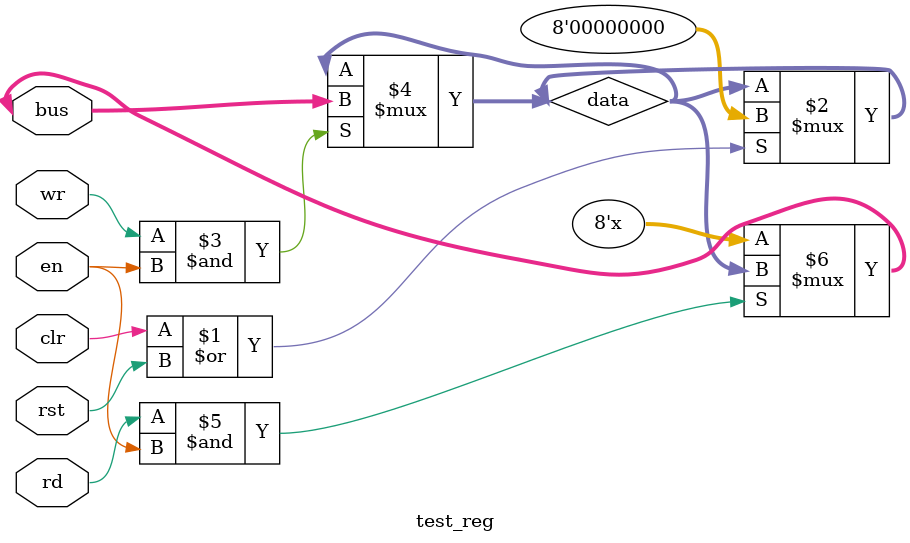
<source format=v>
`timescale 1ns / 1ps

module test_reg(rd,wr,clr,rst,en,bus
    );
input rd,wr,en,rst,clr;

inout [7:0] bus;
reg [7:0] data;


	assign data = (clr|rst) ? 8'b0 : data;
	assign data = (wr & en) ? bus : data;

	assign bus = (rd & en) ? data : 8'bz;
	
endmodule

</source>
